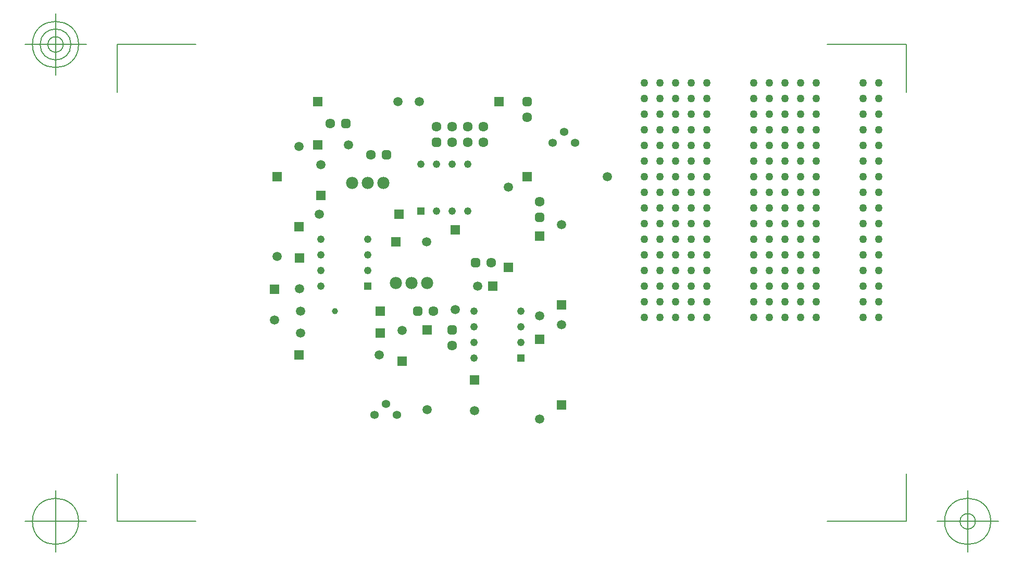
<source format=gbr>
G04 Generated by Ultiboard 12.0 *
%FSLAX25Y25*%
%MOIN*%

%ADD10C,0.00001*%
%ADD11C,0.00500*%
%ADD12C,0.05000*%
%ADD13C,0.05337*%
%ADD14C,0.05906*%
%ADD15R,0.05906X0.05906*%
%ADD16C,0.04900*%
%ADD17R,0.04900X0.04900*%
%ADD18R,0.02083X0.02083*%
%ADD19C,0.03917*%
%ADD20C,0.06334*%
%ADD21C,0.03937*%
%ADD22C,0.07834*%


G04 ColorRGB FF00CC for the following layer *
%LNSolder Mask Top*%
%LPD*%
G54D10*
G54D11*
X-2500Y-2500D02*
X-2500Y28000D01*
X-2500Y-2500D02*
X48000Y-2500D01*
X502500Y-2500D02*
X452000Y-2500D01*
X502500Y-2500D02*
X502500Y28000D01*
X502500Y302500D02*
X502500Y272000D01*
X502500Y302500D02*
X452000Y302500D01*
X-2500Y302500D02*
X48000Y302500D01*
X-2500Y302500D02*
X-2500Y272000D01*
X-22185Y-2500D02*
X-61555Y-2500D01*
X-41870Y-22185D02*
X-41870Y17185D01*
X-56634Y-2500D02*
G75*
D01*
G02X-56634Y-2500I14764J0*
G01*
X522185Y-2500D02*
X561555Y-2500D01*
X541870Y-22185D02*
X541870Y17185D01*
X527106Y-2500D02*
G75*
D01*
G02X527106Y-2500I14764J0*
G01*
X536949Y-2500D02*
G75*
D01*
G02X536949Y-2500I4921J0*
G01*
X-22185Y302500D02*
X-61555Y302500D01*
X-41870Y282815D02*
X-41870Y322185D01*
X-56634Y302500D02*
G75*
D01*
G02X-56634Y302500I14764J0*
G01*
X-51713Y302500D02*
G75*
D01*
G02X-51713Y302500I9843J0*
G01*
X-46791Y302500D02*
G75*
D01*
G02X-46791Y302500I4921J0*
G01*
G54D12*
X335000Y128000D03*
X345000Y128000D03*
X355000Y128000D03*
X365000Y128000D03*
X375000Y128000D03*
X405000Y128000D03*
X415000Y128000D03*
X425000Y128000D03*
X435000Y128000D03*
X445000Y128000D03*
X475000Y128000D03*
X485000Y128000D03*
X335000Y138000D03*
X345000Y138000D03*
X355000Y138000D03*
X365000Y138000D03*
X375000Y138000D03*
X405000Y138000D03*
X415000Y138000D03*
X425000Y138000D03*
X435000Y138000D03*
X445000Y138000D03*
X475000Y138000D03*
X485000Y138000D03*
X335000Y148000D03*
X345000Y148000D03*
X355000Y148000D03*
X365000Y148000D03*
X375000Y148000D03*
X405000Y148000D03*
X415000Y148000D03*
X425000Y148000D03*
X435000Y148000D03*
X445000Y148000D03*
X475000Y148000D03*
X485000Y148000D03*
X335000Y158000D03*
X345000Y158000D03*
X355000Y158000D03*
X365000Y158000D03*
X375000Y158000D03*
X405000Y158000D03*
X415000Y158000D03*
X425000Y158000D03*
X435000Y158000D03*
X445000Y158000D03*
X475000Y158000D03*
X485000Y158000D03*
X335000Y168000D03*
X345000Y168000D03*
X355000Y168000D03*
X365000Y168000D03*
X375000Y168000D03*
X405000Y168000D03*
X415000Y168000D03*
X425000Y168000D03*
X435000Y168000D03*
X445000Y168000D03*
X475000Y168000D03*
X485000Y168000D03*
X335000Y178000D03*
X345000Y178000D03*
X355000Y178000D03*
X365000Y178000D03*
X375000Y178000D03*
X405000Y178000D03*
X415000Y178000D03*
X425000Y178000D03*
X435000Y178000D03*
X445000Y178000D03*
X475000Y178000D03*
X485000Y178000D03*
X335000Y188000D03*
X345000Y188000D03*
X355000Y188000D03*
X365000Y188000D03*
X375000Y188000D03*
X405000Y188000D03*
X415000Y188000D03*
X425000Y188000D03*
X435000Y188000D03*
X445000Y188000D03*
X475000Y188000D03*
X485000Y188000D03*
X335000Y198000D03*
X345000Y198000D03*
X355000Y198000D03*
X365000Y198000D03*
X375000Y198000D03*
X405000Y198000D03*
X415000Y198000D03*
X425000Y198000D03*
X435000Y198000D03*
X445000Y198000D03*
X475000Y198000D03*
X485000Y198000D03*
X335000Y208000D03*
X345000Y208000D03*
X355000Y208000D03*
X365000Y208000D03*
X375000Y208000D03*
X405000Y208000D03*
X415000Y208000D03*
X425000Y208000D03*
X435000Y208000D03*
X445000Y208000D03*
X475000Y208000D03*
X485000Y208000D03*
X335000Y218000D03*
X345000Y218000D03*
X355000Y218000D03*
X365000Y218000D03*
X375000Y218000D03*
X405000Y218000D03*
X415000Y218000D03*
X425000Y218000D03*
X435000Y218000D03*
X445000Y218000D03*
X475000Y218000D03*
X485000Y218000D03*
X335000Y228000D03*
X345000Y228000D03*
X355000Y228000D03*
X365000Y228000D03*
X375000Y228000D03*
X405000Y228000D03*
X415000Y228000D03*
X425000Y228000D03*
X435000Y228000D03*
X445000Y228000D03*
X475000Y228000D03*
X485000Y228000D03*
X335000Y238000D03*
X345000Y238000D03*
X355000Y238000D03*
X365000Y238000D03*
X375000Y238000D03*
X405000Y238000D03*
X415000Y238000D03*
X425000Y238000D03*
X435000Y238000D03*
X445000Y238000D03*
X475000Y238000D03*
X485000Y238000D03*
X335000Y248000D03*
X345000Y248000D03*
X355000Y248000D03*
X365000Y248000D03*
X375000Y248000D03*
X405000Y248000D03*
X415000Y248000D03*
X425000Y248000D03*
X435000Y248000D03*
X445000Y248000D03*
X475000Y248000D03*
X485000Y248000D03*
X335000Y258000D03*
X345000Y258000D03*
X355000Y258000D03*
X365000Y258000D03*
X375000Y258000D03*
X405000Y258000D03*
X415000Y258000D03*
X425000Y258000D03*
X435000Y258000D03*
X445000Y258000D03*
X475000Y258000D03*
X485000Y258000D03*
X335000Y268000D03*
X345000Y268000D03*
X355000Y268000D03*
X365000Y268000D03*
X375000Y268000D03*
X405000Y268000D03*
X415000Y268000D03*
X425000Y268000D03*
X435000Y268000D03*
X445000Y268000D03*
X475000Y268000D03*
X485000Y268000D03*
X335000Y278000D03*
X345000Y278000D03*
X355000Y278000D03*
X365000Y278000D03*
X375000Y278000D03*
X405000Y278000D03*
X415000Y278000D03*
X425000Y278000D03*
X435000Y278000D03*
X445000Y278000D03*
X475000Y278000D03*
X485000Y278000D03*
G54D13*
X169464Y72536D03*
X162393Y65464D03*
X176536Y65464D03*
X283464Y246536D03*
X276393Y239464D03*
X290536Y239464D03*
G54D14*
X268000Y62819D03*
X196000Y68819D03*
X226197Y68315D03*
X282000Y123181D03*
X179803Y119685D03*
X165181Y104000D03*
X114819Y118000D03*
X98197Y126315D03*
X114819Y132000D03*
X214000Y132819D03*
X268000Y128819D03*
X282000Y187181D03*
X114197Y146315D03*
X228157Y148000D03*
X248000Y211181D03*
X100000Y166819D03*
X195685Y176197D03*
X114000Y237181D03*
X126819Y194000D03*
X127803Y225685D03*
X311181Y218000D03*
X145685Y238197D03*
X177181Y266000D03*
X190819Y266000D03*
G54D15*
X268000Y114000D03*
X196000Y120000D03*
X226197Y88000D03*
X282000Y72000D03*
X179803Y100000D03*
X114000Y104000D03*
X166000Y118000D03*
X98197Y146000D03*
X166000Y132000D03*
X214000Y184000D03*
X268000Y180000D03*
X282000Y136000D03*
X114197Y166000D03*
X238000Y148000D03*
X248000Y160000D03*
X100000Y218000D03*
X176000Y176197D03*
X114000Y186000D03*
X178000Y194000D03*
X127803Y206000D03*
X260000Y218000D03*
X126000Y238197D03*
X126000Y266000D03*
X242000Y266000D03*
G54D16*
X226000Y102000D03*
X226000Y132000D03*
X226000Y112000D03*
X226000Y122000D03*
X256000Y112000D03*
X256000Y132000D03*
X256000Y122000D03*
X128000Y148000D03*
X128000Y178000D03*
X128000Y158000D03*
X128000Y168000D03*
X158000Y158000D03*
X158000Y178000D03*
X158000Y168000D03*
X192000Y226000D03*
X222000Y226000D03*
X202000Y226000D03*
X212000Y226000D03*
X202000Y196000D03*
X222000Y196000D03*
X212000Y196000D03*
G54D17*
X256000Y102000D03*
X158000Y148000D03*
X192000Y196000D03*
G54D18*
X212000Y120000D03*
X190000Y132000D03*
X227000Y163000D03*
X268000Y192000D03*
X170000Y232000D03*
X202000Y240000D03*
X144000Y252000D03*
X260000Y266000D03*
G54D19*
X210959Y118959D02*
X213041Y118959D01*
X213041Y121041D01*
X210959Y121041D01*
X210959Y118959D01*D02*
X188959Y130959D02*
X191041Y130959D01*
X191041Y133041D01*
X188959Y133041D01*
X188959Y130959D01*D02*
X225959Y161959D02*
X228041Y161959D01*
X228041Y164041D01*
X225959Y164041D01*
X225959Y161959D01*D02*
X266959Y190959D02*
X269041Y190959D01*
X269041Y193041D01*
X266959Y193041D01*
X266959Y190959D01*D02*
X168959Y230959D02*
X171041Y230959D01*
X171041Y233041D01*
X168959Y233041D01*
X168959Y230959D01*D02*
X200959Y238959D02*
X203041Y238959D01*
X203041Y241041D01*
X200959Y241041D01*
X200959Y238959D01*D02*
X142959Y250959D02*
X145041Y250959D01*
X145041Y253041D01*
X142959Y253041D01*
X142959Y250959D01*D02*
X258959Y264959D02*
X261041Y264959D01*
X261041Y267041D01*
X258959Y267041D01*
X258959Y264959D01*D02*
G54D20*
X212000Y110000D03*
X200000Y132000D03*
X237000Y163000D03*
X268000Y202000D03*
X160000Y232000D03*
X202000Y250000D03*
X212000Y240000D03*
X222000Y240000D03*
X232000Y240000D03*
X232000Y250000D03*
X212000Y250000D03*
X222000Y250000D03*
X134000Y252000D03*
X260000Y256000D03*
G54D21*
X137000Y132000D03*
G54D22*
X176000Y150000D03*
X196000Y150000D03*
X186000Y150000D03*
X168000Y214000D03*
X158000Y214000D03*
X148000Y214000D03*

M00*

</source>
